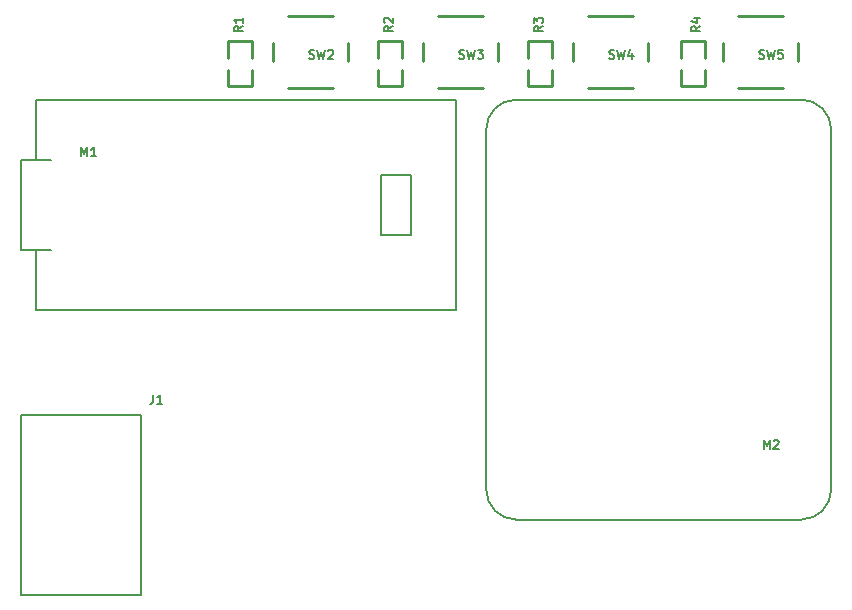
<source format=gbr>
G04 #@! TF.GenerationSoftware,KiCad,Pcbnew,5.0.2-bee76a0~70~ubuntu16.04.1*
G04 #@! TF.CreationDate,2019-08-01T21:54:42-04:00*
G04 #@! TF.ProjectId,Controller,436f6e74-726f-46c6-9c65-722e6b696361,rev?*
G04 #@! TF.SameCoordinates,PX5734380PY65bcec0*
G04 #@! TF.FileFunction,Legend,Top*
G04 #@! TF.FilePolarity,Positive*
%FSLAX46Y46*%
G04 Gerber Fmt 4.6, Leading zero omitted, Abs format (unit mm)*
G04 Created by KiCad (PCBNEW 5.0.2-bee76a0~70~ubuntu16.04.1) date Thu 01 Aug 2019 09:54:42 PM EDT*
%MOMM*%
%LPD*%
G01*
G04 APERTURE LIST*
%ADD10C,0.150000*%
%ADD11C,0.254000*%
%ADD12C,0.152400*%
G04 APERTURE END LIST*
D10*
G04 #@! TO.C,M1*
X0Y-21590000D02*
X2540000Y-21590000D01*
X0Y-13970000D02*
X0Y-21590000D01*
X2540000Y-13970000D02*
X0Y-13970000D01*
X1270000Y-8890000D02*
X1270000Y-13970000D01*
X36830000Y-8890000D02*
X1270000Y-8890000D01*
X36830000Y-26670000D02*
X36830000Y-8890000D01*
X1270000Y-26670000D02*
X36830000Y-26670000D01*
X1270000Y-21590000D02*
X1270000Y-26670000D01*
X30480000Y-20320000D02*
X30480000Y-17780000D01*
X33020000Y-20320000D02*
X30480000Y-20320000D01*
X33020000Y-15240000D02*
X33020000Y-20320000D01*
X30480000Y-15240000D02*
X33020000Y-15240000D01*
X30480000Y-17780000D02*
X30480000Y-15240000D01*
G04 #@! TO.C,J1*
X10160000Y-50800000D02*
X10160000Y-35560000D01*
X0Y-50800000D02*
X10160000Y-50800000D01*
X0Y-35560000D02*
X0Y-50800000D01*
X10160000Y-35560000D02*
X0Y-35560000D01*
D11*
G04 #@! TO.C,R1*
X17526000Y-6350000D02*
X17526000Y-7747000D01*
X17526000Y-7747000D02*
X19558000Y-7747000D01*
X19558000Y-7747000D02*
X19558000Y-6350000D01*
X19558000Y-5334000D02*
X19558000Y-3937000D01*
X19558000Y-3937000D02*
X17526000Y-3937000D01*
X17526000Y-3937000D02*
X17526000Y-5334000D01*
G04 #@! TO.C,R2*
X30226000Y-3937000D02*
X30226000Y-5334000D01*
X32258000Y-3937000D02*
X30226000Y-3937000D01*
X32258000Y-5334000D02*
X32258000Y-3937000D01*
X32258000Y-7747000D02*
X32258000Y-6350000D01*
X30226000Y-7747000D02*
X32258000Y-7747000D01*
X30226000Y-6350000D02*
X30226000Y-7747000D01*
G04 #@! TO.C,R3*
X42926000Y-6350000D02*
X42926000Y-7747000D01*
X42926000Y-7747000D02*
X44958000Y-7747000D01*
X44958000Y-7747000D02*
X44958000Y-6350000D01*
X44958000Y-5334000D02*
X44958000Y-3937000D01*
X44958000Y-3937000D02*
X42926000Y-3937000D01*
X42926000Y-3937000D02*
X42926000Y-5334000D01*
G04 #@! TO.C,R4*
X55880000Y-3937000D02*
X55880000Y-5334000D01*
X57912000Y-3937000D02*
X55880000Y-3937000D01*
X57912000Y-5334000D02*
X57912000Y-3937000D01*
X57912000Y-7747000D02*
X57912000Y-6350000D01*
X55880000Y-7747000D02*
X57912000Y-7747000D01*
X55880000Y-6350000D02*
X55880000Y-7747000D01*
G04 #@! TO.C,SW2*
X22606000Y-7874000D02*
X26416000Y-7874000D01*
X22606000Y-1778000D02*
X26416000Y-1778000D01*
X27686000Y-4064000D02*
X27686000Y-5588000D01*
X21336000Y-5588000D02*
X21336000Y-4064000D01*
G04 #@! TO.C,SW3*
X34036000Y-5588000D02*
X34036000Y-4064000D01*
X40386000Y-4064000D02*
X40386000Y-5588000D01*
X35306000Y-1778000D02*
X39116000Y-1778000D01*
X35306000Y-7874000D02*
X39116000Y-7874000D01*
G04 #@! TO.C,SW4*
X48006000Y-7874000D02*
X51816000Y-7874000D01*
X48006000Y-1778000D02*
X51816000Y-1778000D01*
X53086000Y-4064000D02*
X53086000Y-5588000D01*
X46736000Y-5588000D02*
X46736000Y-4064000D01*
G04 #@! TO.C,SW5*
X59436000Y-5588000D02*
X59436000Y-4064000D01*
X65786000Y-4064000D02*
X65786000Y-5588000D01*
X60706000Y-1778000D02*
X64516000Y-1778000D01*
X60706000Y-7874000D02*
X64516000Y-7874000D01*
D10*
G04 #@! TO.C,M2*
X68580000Y-41910000D02*
X68580000Y-11430000D01*
X66040000Y-44450000D02*
X41910000Y-44450000D01*
X66040000Y-8890000D02*
X41910000Y-8890000D01*
X39370000Y-11430000D02*
X39370000Y-41910000D01*
X41910000Y-8890000D02*
G75*
G03X39370000Y-11430000I0J-2540000D01*
G01*
X39370000Y-41910000D02*
G75*
G03X41910000Y-44450000I2540000J0D01*
G01*
X66040000Y-44450000D02*
G75*
G03X68580000Y-41910000I0J2540000D01*
G01*
X68580000Y-11430000D02*
G75*
G03X66040000Y-8890000I-2540000J0D01*
G01*
G04 #@! TO.C,M1*
D12*
X5098142Y-13679714D02*
X5098142Y-12917714D01*
X5352142Y-13462000D01*
X5606142Y-12917714D01*
X5606142Y-13679714D01*
X6368142Y-13679714D02*
X5932714Y-13679714D01*
X6150428Y-13679714D02*
X6150428Y-12917714D01*
X6077857Y-13026571D01*
X6005285Y-13099142D01*
X5932714Y-13135428D01*
G04 #@! TO.C,J1*
X11176000Y-33872714D02*
X11176000Y-34417000D01*
X11139714Y-34525857D01*
X11067142Y-34598428D01*
X10958285Y-34634714D01*
X10885714Y-34634714D01*
X11938000Y-34634714D02*
X11502571Y-34634714D01*
X11720285Y-34634714D02*
X11720285Y-33872714D01*
X11647714Y-33981571D01*
X11575142Y-34054142D01*
X11502571Y-34090428D01*
G04 #@! TO.C,R1*
X18759714Y-2667000D02*
X18396857Y-2921000D01*
X18759714Y-3102428D02*
X17997714Y-3102428D01*
X17997714Y-2812142D01*
X18034000Y-2739571D01*
X18070285Y-2703285D01*
X18142857Y-2667000D01*
X18251714Y-2667000D01*
X18324285Y-2703285D01*
X18360571Y-2739571D01*
X18396857Y-2812142D01*
X18396857Y-3102428D01*
X18759714Y-1941285D02*
X18759714Y-2376714D01*
X18759714Y-2159000D02*
X17997714Y-2159000D01*
X18106571Y-2231571D01*
X18179142Y-2304142D01*
X18215428Y-2376714D01*
G04 #@! TO.C,R2*
X31459714Y-2667000D02*
X31096857Y-2921000D01*
X31459714Y-3102428D02*
X30697714Y-3102428D01*
X30697714Y-2812142D01*
X30734000Y-2739571D01*
X30770285Y-2703285D01*
X30842857Y-2667000D01*
X30951714Y-2667000D01*
X31024285Y-2703285D01*
X31060571Y-2739571D01*
X31096857Y-2812142D01*
X31096857Y-3102428D01*
X30770285Y-2376714D02*
X30734000Y-2340428D01*
X30697714Y-2267857D01*
X30697714Y-2086428D01*
X30734000Y-2013857D01*
X30770285Y-1977571D01*
X30842857Y-1941285D01*
X30915428Y-1941285D01*
X31024285Y-1977571D01*
X31459714Y-2413000D01*
X31459714Y-1941285D01*
G04 #@! TO.C,R3*
X44159714Y-2667000D02*
X43796857Y-2921000D01*
X44159714Y-3102428D02*
X43397714Y-3102428D01*
X43397714Y-2812142D01*
X43434000Y-2739571D01*
X43470285Y-2703285D01*
X43542857Y-2667000D01*
X43651714Y-2667000D01*
X43724285Y-2703285D01*
X43760571Y-2739571D01*
X43796857Y-2812142D01*
X43796857Y-3102428D01*
X43397714Y-2413000D02*
X43397714Y-1941285D01*
X43688000Y-2195285D01*
X43688000Y-2086428D01*
X43724285Y-2013857D01*
X43760571Y-1977571D01*
X43833142Y-1941285D01*
X44014571Y-1941285D01*
X44087142Y-1977571D01*
X44123428Y-2013857D01*
X44159714Y-2086428D01*
X44159714Y-2304142D01*
X44123428Y-2376714D01*
X44087142Y-2413000D01*
G04 #@! TO.C,R4*
X57494714Y-2667000D02*
X57131857Y-2921000D01*
X57494714Y-3102428D02*
X56732714Y-3102428D01*
X56732714Y-2812142D01*
X56769000Y-2739571D01*
X56805285Y-2703285D01*
X56877857Y-2667000D01*
X56986714Y-2667000D01*
X57059285Y-2703285D01*
X57095571Y-2739571D01*
X57131857Y-2812142D01*
X57131857Y-3102428D01*
X56986714Y-2013857D02*
X57494714Y-2013857D01*
X56696428Y-2195285D02*
X57240714Y-2376714D01*
X57240714Y-1905000D01*
G04 #@! TO.C,SW2*
X24384000Y-5388428D02*
X24492857Y-5424714D01*
X24674285Y-5424714D01*
X24746857Y-5388428D01*
X24783142Y-5352142D01*
X24819428Y-5279571D01*
X24819428Y-5207000D01*
X24783142Y-5134428D01*
X24746857Y-5098142D01*
X24674285Y-5061857D01*
X24529142Y-5025571D01*
X24456571Y-4989285D01*
X24420285Y-4953000D01*
X24384000Y-4880428D01*
X24384000Y-4807857D01*
X24420285Y-4735285D01*
X24456571Y-4699000D01*
X24529142Y-4662714D01*
X24710571Y-4662714D01*
X24819428Y-4699000D01*
X25073428Y-4662714D02*
X25254857Y-5424714D01*
X25400000Y-4880428D01*
X25545142Y-5424714D01*
X25726571Y-4662714D01*
X25980571Y-4735285D02*
X26016857Y-4699000D01*
X26089428Y-4662714D01*
X26270857Y-4662714D01*
X26343428Y-4699000D01*
X26379714Y-4735285D01*
X26416000Y-4807857D01*
X26416000Y-4880428D01*
X26379714Y-4989285D01*
X25944285Y-5424714D01*
X26416000Y-5424714D01*
G04 #@! TO.C,SW3*
X37084000Y-5388428D02*
X37192857Y-5424714D01*
X37374285Y-5424714D01*
X37446857Y-5388428D01*
X37483142Y-5352142D01*
X37519428Y-5279571D01*
X37519428Y-5207000D01*
X37483142Y-5134428D01*
X37446857Y-5098142D01*
X37374285Y-5061857D01*
X37229142Y-5025571D01*
X37156571Y-4989285D01*
X37120285Y-4953000D01*
X37084000Y-4880428D01*
X37084000Y-4807857D01*
X37120285Y-4735285D01*
X37156571Y-4699000D01*
X37229142Y-4662714D01*
X37410571Y-4662714D01*
X37519428Y-4699000D01*
X37773428Y-4662714D02*
X37954857Y-5424714D01*
X38100000Y-4880428D01*
X38245142Y-5424714D01*
X38426571Y-4662714D01*
X38644285Y-4662714D02*
X39116000Y-4662714D01*
X38862000Y-4953000D01*
X38970857Y-4953000D01*
X39043428Y-4989285D01*
X39079714Y-5025571D01*
X39116000Y-5098142D01*
X39116000Y-5279571D01*
X39079714Y-5352142D01*
X39043428Y-5388428D01*
X38970857Y-5424714D01*
X38753142Y-5424714D01*
X38680571Y-5388428D01*
X38644285Y-5352142D01*
G04 #@! TO.C,SW4*
X49784000Y-5388428D02*
X49892857Y-5424714D01*
X50074285Y-5424714D01*
X50146857Y-5388428D01*
X50183142Y-5352142D01*
X50219428Y-5279571D01*
X50219428Y-5207000D01*
X50183142Y-5134428D01*
X50146857Y-5098142D01*
X50074285Y-5061857D01*
X49929142Y-5025571D01*
X49856571Y-4989285D01*
X49820285Y-4953000D01*
X49784000Y-4880428D01*
X49784000Y-4807857D01*
X49820285Y-4735285D01*
X49856571Y-4699000D01*
X49929142Y-4662714D01*
X50110571Y-4662714D01*
X50219428Y-4699000D01*
X50473428Y-4662714D02*
X50654857Y-5424714D01*
X50800000Y-4880428D01*
X50945142Y-5424714D01*
X51126571Y-4662714D01*
X51743428Y-4916714D02*
X51743428Y-5424714D01*
X51562000Y-4626428D02*
X51380571Y-5170714D01*
X51852285Y-5170714D01*
G04 #@! TO.C,SW5*
X62484000Y-5388428D02*
X62592857Y-5424714D01*
X62774285Y-5424714D01*
X62846857Y-5388428D01*
X62883142Y-5352142D01*
X62919428Y-5279571D01*
X62919428Y-5207000D01*
X62883142Y-5134428D01*
X62846857Y-5098142D01*
X62774285Y-5061857D01*
X62629142Y-5025571D01*
X62556571Y-4989285D01*
X62520285Y-4953000D01*
X62484000Y-4880428D01*
X62484000Y-4807857D01*
X62520285Y-4735285D01*
X62556571Y-4699000D01*
X62629142Y-4662714D01*
X62810571Y-4662714D01*
X62919428Y-4699000D01*
X63173428Y-4662714D02*
X63354857Y-5424714D01*
X63500000Y-4880428D01*
X63645142Y-5424714D01*
X63826571Y-4662714D01*
X64479714Y-4662714D02*
X64116857Y-4662714D01*
X64080571Y-5025571D01*
X64116857Y-4989285D01*
X64189428Y-4953000D01*
X64370857Y-4953000D01*
X64443428Y-4989285D01*
X64479714Y-5025571D01*
X64516000Y-5098142D01*
X64516000Y-5279571D01*
X64479714Y-5352142D01*
X64443428Y-5388428D01*
X64370857Y-5424714D01*
X64189428Y-5424714D01*
X64116857Y-5388428D01*
X64080571Y-5352142D01*
G04 #@! TO.C,M2*
X62883142Y-38444714D02*
X62883142Y-37682714D01*
X63137142Y-38227000D01*
X63391142Y-37682714D01*
X63391142Y-38444714D01*
X63717714Y-37755285D02*
X63754000Y-37719000D01*
X63826571Y-37682714D01*
X64008000Y-37682714D01*
X64080571Y-37719000D01*
X64116857Y-37755285D01*
X64153142Y-37827857D01*
X64153142Y-37900428D01*
X64116857Y-38009285D01*
X63681428Y-38444714D01*
X64153142Y-38444714D01*
G04 #@! TD*
M02*

</source>
